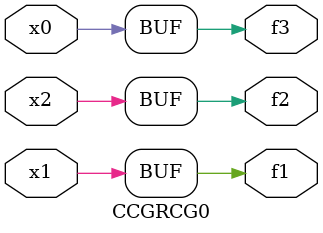
<source format=v>
module CCGRCG0(
	input x0, x1, x2,
	output f1, f2, f3
);
	assign f1 = x1;
	assign f2 = x2;
	assign f3 = x0;
endmodule

</source>
